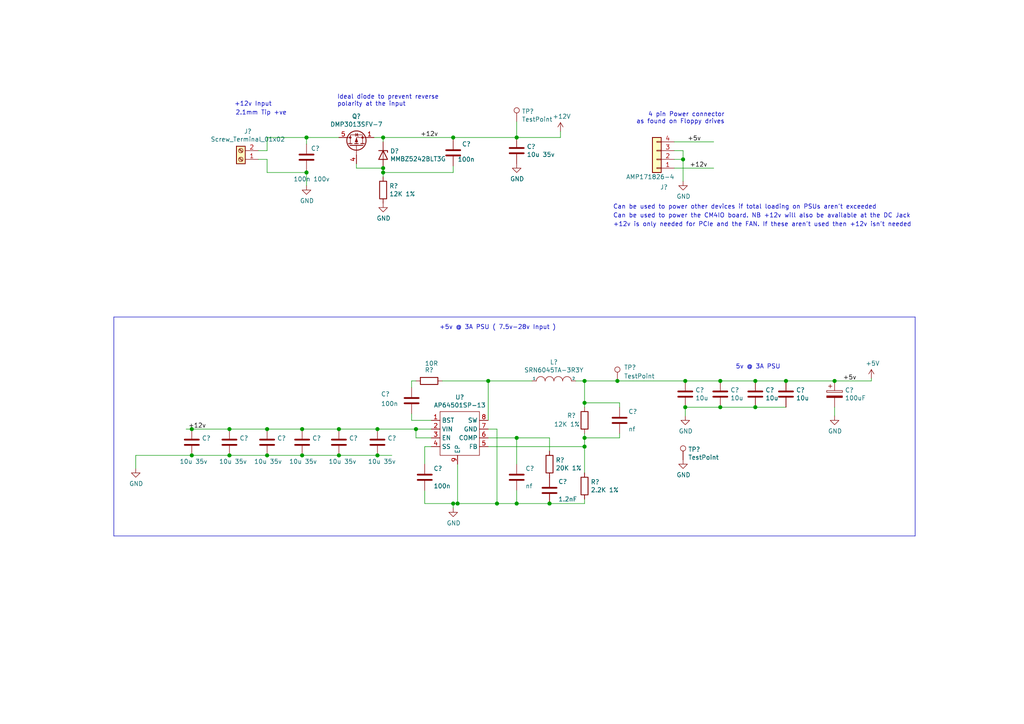
<source format=kicad_sch>
(kicad_sch (version 20201015) (generator eeschema)
  (paper "A4")
  (lib_symbols
    (symbol "CM4IO:AP64351"
      (property "Reference" "U" (at 0 8.89 0))
      (property "Value" "AP64351" (at 1.27 6.35 0))
      (symbol "AP64351_0_1"
        (rectangle (start -5.08 5.08) (end 6.35 -7.62))
      )
      (symbol "AP64351_1_1"
        (pin passive line (at -7.62 2.54 0) (length 2.54) (name "BST") (number "1"))
        (pin power_in line (at -7.62 0 0) (length 2.54) (name "VIN") (number "2"))
        (pin input line (at -7.62 -2.54 0) (length 2.54) (name "EN") (number "3"))
        (pin input line (at -7.62 -5.08 0) (length 2.54) (name "SS") (number "4"))
        (pin input line (at 8.89 -5.08 180) (length 2.54) (name "FB") (number "5"))
        (pin input line (at 8.89 -2.54 180) (length 2.54) (name "COMP") (number "6"))
        (pin power_in line (at 8.89 0 180) (length 2.54) (name "GND") (number "7"))
        (pin output line (at 8.89 2.54 180) (length 2.54) (name "SW") (number "8"))
        (pin passive line (at 0 -10.16 90) (length 2.54) (name "EP") (number "9"))
      )
    )
    (symbol "Connector:Screw_Terminal_01x02" (pin_names (offset 1.016) hide)
      (property "Reference" "J" (at 0 2.54 0))
      (property "Value" "Screw_Terminal_01x02" (at 0 -5.08 0))
      (symbol "Screw_Terminal_01x02_1_1"
        (circle (center 0 -2.54) (radius 0.635) (stroke (width 0.1524)))
        (circle (center 0 0) (radius 0.635) (stroke (width 0.1524)))
        (rectangle (start -1.27 1.27) (end 1.27 -3.81) (stroke (width 0.254)) (fill (type background)))
        (polyline (pts (xy -0.5334 -2.2098) (xy 0.3302 -3.048)) (stroke (width 0.1524)))
        (polyline (pts (xy -0.5334 0.3302) (xy 0.3302 -0.508)) (stroke (width 0.1524)))
        (polyline (pts (xy -0.3556 -2.032) (xy 0.508 -2.8702)) (stroke (width 0.1524)))
        (polyline (pts (xy -0.3556 0.508) (xy 0.508 -0.3302)) (stroke (width 0.1524)))
        (pin passive line (at -5.08 0 0) (length 3.81) (name "Pin_1") (number "1"))
        (pin passive line (at -5.08 -2.54 0) (length 3.81) (name "Pin_2") (number "2"))
      )
    )
    (symbol "Connector:TestPoint" (pin_numbers hide) (pin_names (offset 0.762) hide)
      (property "Reference" "TP" (at 0 6.858 0))
      (property "Value" "TestPoint" (at 0 5.08 0))
      (symbol "TestPoint_0_1"
        (circle (center 0 3.302) (radius 0.762))
      )
      (symbol "TestPoint_1_1"
        (pin passive line (at 0 0 90) (length 2.54) (name "1") (number "1"))
      )
    )
    (symbol "Connector_Generic:Conn_01x04" (pin_names hide)
      (property "Reference" "J" (at 0 5.08 0))
      (property "Value" "Conn_01x04" (at 0 -7.62 0))
      (symbol "Conn_01x04_1_1"
        (rectangle (start -1.27 -4.953) (end 0 -5.207))
        (rectangle (start -1.27 -2.413) (end 0 -2.667))
        (rectangle (start -1.27 2.667) (end 0 2.413))
        (rectangle (start -1.27 3.81) (end 1.27 -6.35) (stroke (width 0.254)) (fill (type background)))
        (rectangle (start -1.27 0.127) (end 0 -0.127))
        (pin passive line (at -5.08 2.54 0) (length 3.81) (name "Pin_1") (number "1"))
        (pin passive line (at -5.08 0 0) (length 3.81) (name "Pin_2") (number "2"))
        (pin passive line (at -5.08 -2.54 0) (length 3.81) (name "Pin_3") (number "3"))
        (pin passive line (at -5.08 -5.08 0) (length 3.81) (name "Pin_4") (number "4"))
      )
    )
    (symbol "Device:C" (pin_numbers hide) (pin_names (offset 0.254))
      (property "Reference" "C" (at 0.635 2.54 0))
      (property "Value" "C" (at 0.635 -2.54 0))
      (symbol "C_0_1"
        (polyline (pts (xy -2.032 -0.762) (xy 2.032 -0.762)) (stroke (width 0.508)))
        (polyline (pts (xy -2.032 0.762) (xy 2.032 0.762)) (stroke (width 0.508)))
      )
      (symbol "C_1_1"
        (pin passive line (at 0 3.81 270) (length 2.794) (name "~") (number "1"))
        (pin passive line (at 0 -3.81 90) (length 2.794) (name "~") (number "2"))
      )
    )
    (symbol "Device:CP" (pin_numbers hide) (pin_names (offset 0.254))
      (property "Reference" "C" (at 0.635 2.54 0))
      (property "Value" "CP" (at 0.635 -2.54 0))
      (symbol "CP_0_1"
        (rectangle (start -2.286 0.508) (end 2.286 1.016))
        (rectangle (start 2.286 -0.508) (end -2.286 -1.016) (fill (type outline)))
        (polyline (pts (xy -1.778 2.286) (xy -0.762 2.286)))
        (polyline (pts (xy -1.27 2.794) (xy -1.27 1.778)))
      )
      (symbol "CP_1_1"
        (pin passive line (at 0 3.81 270) (length 2.794) (name "~") (number "1"))
        (pin passive line (at 0 -3.81 90) (length 2.794) (name "~") (number "2"))
      )
    )
    (symbol "Device:R" (pin_numbers hide) (pin_names (offset 0))
      (property "Reference" "R" (at 2.032 0 90))
      (property "Value" "R" (at 0 0 90))
      (symbol "R_0_1"
        (rectangle (start -1.016 -2.54) (end 1.016 2.54) (stroke (width 0.254)))
      )
      (symbol "R_1_1"
        (pin passive line (at 0 3.81 270) (length 1.27) (name "~") (number "1"))
        (pin passive line (at 0 -3.81 90) (length 1.27) (name "~") (number "2"))
      )
    )
    (symbol "Diode:BZX84Cxx" (pin_numbers hide) (pin_names hide)
      (property "Reference" "D" (at 0 2.54 0))
      (property "Value" "BZX84Cxx" (at 0 -2.54 0))
      (symbol "BZX84Cxx_0_1"
        (polyline (pts (xy 1.27 0) (xy -1.27 0)))
        (polyline (pts (xy -1.27 -1.27) (xy -1.27 1.27) (xy -0.762 1.27)) (stroke (width 0.254)))
        (polyline (pts (xy 1.27 -1.27) (xy 1.27 1.27) (xy -1.27 0) (xy 1.27 -1.27)) (stroke (width 0.254)))
      )
      (symbol "BZX84Cxx_1_1"
        (pin passive line (at -3.81 0 0) (length 2.54) (name "K") (number "1"))
        (pin passive line (at 3.81 0 180) (length 2.54) (name "A") (number "2"))
      )
    )
    (symbol "Transistor_FET:DMP3013SFV" (pin_names hide)
      (property "Reference" "Q" (at 5.08 1.905 0))
      (property "Value" "DMP3013SFV" (at 5.08 0 0))
      (symbol "DMP3013SFV_0_1"
        (circle (center 1.651 0) (radius 2.794) (stroke (width 0.254)))
        (circle (center 2.54 -1.778) (radius 0.254) (fill (type outline)))
        (circle (center 2.54 1.778) (radius 0.254) (fill (type outline)))
        (polyline (pts (xy 0.254 0) (xy -2.54 0)))
        (polyline (pts (xy 0.254 1.905) (xy 0.254 -1.905)) (stroke (width 0.254)))
        (polyline (pts (xy 0.762 -1.27) (xy 0.762 -2.286)) (stroke (width 0.254)))
        (polyline (pts (xy 0.762 0.508) (xy 0.762 -0.508)) (stroke (width 0.254)))
        (polyline (pts (xy 0.762 2.286) (xy 0.762 1.27)) (stroke (width 0.254)))
        (polyline (pts (xy 2.54 2.54) (xy 2.54 1.778)))
        (polyline (pts (xy 2.54 -2.54) (xy 2.54 0) (xy 0.762 0)))
        (polyline (pts (xy 0.762 1.778) (xy 3.302 1.778) (xy 3.302 -1.778) (xy 0.762 -1.778)))
        (polyline (pts (xy 2.286 0) (xy 1.27 0.381) (xy 1.27 -0.381) (xy 2.286 0)) (fill (type outline)))
        (polyline (pts (xy 2.794 -0.508) (xy 2.921 -0.381) (xy 3.683 -0.381) (xy 3.81 -0.254)))
        (polyline (pts (xy 3.302 -0.381) (xy 2.921 0.254) (xy 3.683 0.254) (xy 3.302 -0.381)))
      )
      (symbol "DMP3013SFV_1_1"
        (pin passive line (at 2.54 -5.08 90) (length 2.54) (name "S") (number "1"))
        (pin passive line (at 2.54 -5.08 90) (length 2.54) hide (name "S") (number "2"))
        (pin passive line (at 2.54 -5.08 90) (length 2.54) hide (name "S") (number "3"))
        (pin passive line (at -5.08 0 0) (length 2.54) (name "G") (number "4"))
        (pin passive line (at 2.54 5.08 270) (length 2.54) (name "D") (number "5"))
      )
    )
    (symbol "power:+12V" (power) (pin_names (offset 0))
      (property "Value" "+12V" (at 0 3.556 0))
      (symbol "+12V_0_1"
        (polyline (pts (xy -0.762 1.27) (xy 0 2.54)))
        (polyline (pts (xy 0 0) (xy 0 2.54)))
        (polyline (pts (xy 0 2.54) (xy 0.762 1.27)))
      )
      (symbol "+12V_1_1"
        (pin power_in line (at 0 0 90) (length 0) hide (name "+12V") (number "1"))
      )
    )
    (symbol "power:+5V" (power) (pin_names (offset 0))
      (property "Value" "+5V" (at 0 3.556 0))
      (symbol "+5V_0_1"
        (polyline (pts (xy -0.762 1.27) (xy 0 2.54)))
        (polyline (pts (xy 0 0) (xy 0 2.54)))
        (polyline (pts (xy 0 2.54) (xy 0.762 1.27)))
      )
      (symbol "+5V_1_1"
        (pin power_in line (at 0 0 90) (length 0) hide (name "+5V") (number "1"))
      )
    )
    (symbol "power:GND" (power) (pin_names (offset 0))
      (property "Value" "GND" (at 0 -3.81 0))
      (symbol "GND_0_1"
        (polyline (pts (xy 0 0) (xy 0 -1.27) (xy 1.27 -1.27) (xy 0 -2.54) (xy -1.27 -1.27) (xy 0 -1.27)))
      )
      (symbol "GND_1_1"
        (pin power_in line (at 0 0 270) (length 0) hide (name "GND") (number "1"))
      )
    )
    (symbol "pspice:INDUCTOR" (pin_numbers hide) (pin_names (offset 0))
      (property "Reference" "L" (at 0 2.54 0))
      (property "Value" "INDUCTOR" (at 0 -1.27 0))
      (symbol "INDUCTOR_0_1"
        (arc (start -2.54 0) (end -5.08 0) (radius (at -3.81 0) (length 1.27) (angles 0.1 179.9)))
        (arc (start 0 0) (end -2.54 0) (radius (at -1.27 0) (length 1.27) (angles 0.1 179.9)))
        (arc (start 2.54 0) (end 0 0) (radius (at 1.27 0) (length 1.27) (angles 0.1 179.9)))
        (arc (start 5.08 0) (end 2.54 0) (radius (at 3.81 0) (length 1.27) (angles 0.1 179.9)))
      )
      (symbol "INDUCTOR_1_1"
        (pin input line (at -6.35 0 0) (length 1.27) (name "1") (number "1"))
        (pin input line (at 6.35 0 180) (length 1.27) (name "2") (number "2"))
      )
    )
  )
  (junction (at 55.626 124.46) (diameter 1.016))
  (junction (at 55.626 132.08) (diameter 1.016))
  (junction (at 66.548 124.46) (diameter 1.016))
  (junction (at 66.548 132.08) (diameter 1.016))
  (junction (at 77.47 124.46) (diameter 1.016))
  (junction (at 77.47 132.08) (diameter 1.016))
  (junction (at 87.63 124.46) (diameter 1.016))
  (junction (at 87.63 132.08) (diameter 1.016))
  (junction (at 88.9 39.878) (diameter 1.016))
  (junction (at 88.9 50.038) (diameter 1.016))
  (junction (at 98.298 124.46) (diameter 1.016))
  (junction (at 98.298 132.08) (diameter 1.016))
  (junction (at 109.474 124.46) (diameter 1.016))
  (junction (at 109.474 132.08) (diameter 1.016))
  (junction (at 111.125 39.878) (diameter 1.016))
  (junction (at 111.125 48.768) (diameter 1.016))
  (junction (at 111.125 50.038) (diameter 1.016))
  (junction (at 120.65 124.46) (diameter 1.016))
  (junction (at 131.445 39.878) (diameter 1.016))
  (junction (at 131.445 146.05) (diameter 1.016))
  (junction (at 132.715 146.05) (diameter 1.016))
  (junction (at 141.605 110.49) (diameter 1.016))
  (junction (at 144.145 146.05) (diameter 1.016))
  (junction (at 149.86 39.878) (diameter 1.016))
  (junction (at 149.86 127) (diameter 1.016))
  (junction (at 149.86 146.05) (diameter 1.016))
  (junction (at 159.385 146.05) (diameter 1.016))
  (junction (at 169.545 110.49) (diameter 1.016))
  (junction (at 169.545 116.84) (diameter 1.016))
  (junction (at 169.545 127) (diameter 1.016))
  (junction (at 169.545 129.54) (diameter 1.016))
  (junction (at 179.07 110.49) (diameter 1.016))
  (junction (at 198.12 46.228) (diameter 1.016))
  (junction (at 198.755 110.49) (diameter 1.016))
  (junction (at 198.755 118.11) (diameter 1.016))
  (junction (at 208.915 110.49) (diameter 1.016))
  (junction (at 208.915 118.11) (diameter 1.016))
  (junction (at 219.075 110.49) (diameter 1.016))
  (junction (at 219.075 118.11) (diameter 1.016))
  (junction (at 227.965 110.49) (diameter 1.016))
  (junction (at 242.062 110.49) (diameter 1.016))
  (wire (pts (xy 39.37 132.08) (xy 39.37 135.89)))
  (wire (pts (xy 39.37 132.08) (xy 55.626 132.08)))
  (wire (pts (xy 53.975 124.46) (xy 55.626 124.46)))
  (wire (pts (xy 55.626 124.46) (xy 66.548 124.46)))
  (wire (pts (xy 55.626 132.08) (xy 66.548 132.08)))
  (wire (pts (xy 66.548 124.46) (xy 77.47 124.46)))
  (wire (pts (xy 66.548 132.08) (xy 77.47 132.08)))
  (wire (pts (xy 74.93 43.688) (xy 77.47 43.688)))
  (wire (pts (xy 77.47 39.878) (xy 88.9 39.878)))
  (wire (pts (xy 77.47 43.688) (xy 77.47 39.878)))
  (wire (pts (xy 77.47 46.228) (xy 74.93 46.228)))
  (wire (pts (xy 77.47 50.038) (xy 77.47 46.228)))
  (wire (pts (xy 77.47 50.038) (xy 88.9 50.038)))
  (wire (pts (xy 77.47 124.46) (xy 87.63 124.46)))
  (wire (pts (xy 77.47 132.08) (xy 87.63 132.08)))
  (wire (pts (xy 87.63 124.46) (xy 98.298 124.46)))
  (wire (pts (xy 87.63 132.08) (xy 98.298 132.08)))
  (wire (pts (xy 88.9 39.878) (xy 88.9 41.783)))
  (wire (pts (xy 88.9 39.878) (xy 98.298 39.878)))
  (wire (pts (xy 88.9 49.403) (xy 88.9 50.038)))
  (wire (pts (xy 88.9 50.038) (xy 88.9 53.848)))
  (wire (pts (xy 98.298 124.46) (xy 109.474 124.46)))
  (wire (pts (xy 98.298 132.08) (xy 109.474 132.08)))
  (wire (pts (xy 103.378 47.498) (xy 103.378 48.768)))
  (wire (pts (xy 103.378 48.768) (xy 111.125 48.768)))
  (wire (pts (xy 108.458 39.878) (xy 111.125 39.878)))
  (wire (pts (xy 109.474 124.46) (xy 120.65 124.46)))
  (wire (pts (xy 109.474 132.08) (xy 113.665 132.08)))
  (wire (pts (xy 111.125 39.878) (xy 111.125 41.148)))
  (wire (pts (xy 111.125 39.878) (xy 131.445 39.878)))
  (wire (pts (xy 111.125 48.768) (xy 111.125 50.038)))
  (wire (pts (xy 111.125 50.038) (xy 111.125 51.308)))
  (wire (pts (xy 111.125 50.038) (xy 131.445 50.038)))
  (wire (pts (xy 119.38 110.49) (xy 120.65 110.49)))
  (wire (pts (xy 119.38 112.395) (xy 119.38 110.49)))
  (wire (pts (xy 119.38 120.015) (xy 119.38 121.92)))
  (wire (pts (xy 119.38 121.92) (xy 125.095 121.92)))
  (wire (pts (xy 120.65 124.46) (xy 120.65 127)))
  (wire (pts (xy 120.65 124.46) (xy 125.095 124.46)))
  (wire (pts (xy 120.65 127) (xy 125.095 127)))
  (wire (pts (xy 123.19 129.54) (xy 123.19 134.62)))
  (wire (pts (xy 123.19 142.24) (xy 123.19 146.05)))
  (wire (pts (xy 123.19 146.05) (xy 131.445 146.05)))
  (wire (pts (xy 125.095 129.54) (xy 123.19 129.54)))
  (wire (pts (xy 128.27 110.49) (xy 141.605 110.49)))
  (wire (pts (xy 131.445 39.878) (xy 131.445 40.513)))
  (wire (pts (xy 131.445 39.878) (xy 149.86 39.878)))
  (wire (pts (xy 131.445 50.038) (xy 131.445 48.133)))
  (wire (pts (xy 131.445 146.05) (xy 132.715 146.05)))
  (wire (pts (xy 131.445 147.32) (xy 131.445 146.05)))
  (wire (pts (xy 132.715 134.62) (xy 132.715 146.05)))
  (wire (pts (xy 132.715 146.05) (xy 144.145 146.05)))
  (wire (pts (xy 141.605 110.49) (xy 141.605 121.92)))
  (wire (pts (xy 141.605 110.49) (xy 154.305 110.49)))
  (wire (pts (xy 141.605 124.46) (xy 144.145 124.46)))
  (wire (pts (xy 141.605 127) (xy 149.86 127)))
  (wire (pts (xy 141.605 129.54) (xy 169.545 129.54)))
  (wire (pts (xy 144.145 124.46) (xy 144.145 146.05)))
  (wire (pts (xy 144.145 146.05) (xy 149.86 146.05)))
  (wire (pts (xy 149.86 35.306) (xy 149.86 39.878)))
  (wire (pts (xy 149.86 39.878) (xy 162.56 39.878)))
  (wire (pts (xy 149.86 127) (xy 149.86 134.62)))
  (wire (pts (xy 149.86 127) (xy 159.385 127)))
  (wire (pts (xy 149.86 142.24) (xy 149.86 146.05)))
  (wire (pts (xy 149.86 146.05) (xy 159.385 146.05)))
  (wire (pts (xy 159.385 130.81) (xy 159.385 127)))
  (wire (pts (xy 159.385 146.05) (xy 169.545 146.05)))
  (wire (pts (xy 162.56 38.1) (xy 162.56 39.878)))
  (wire (pts (xy 167.005 110.49) (xy 169.545 110.49)))
  (wire (pts (xy 169.545 110.49) (xy 169.545 116.84)))
  (wire (pts (xy 169.545 110.49) (xy 179.07 110.49)))
  (wire (pts (xy 169.545 116.84) (xy 169.545 118.11)))
  (wire (pts (xy 169.545 116.84) (xy 179.705 116.84)))
  (wire (pts (xy 169.545 125.73) (xy 169.545 127)))
  (wire (pts (xy 169.545 127) (xy 169.545 129.54)))
  (wire (pts (xy 169.545 127) (xy 179.705 127)))
  (wire (pts (xy 169.545 129.54) (xy 169.545 137.16)))
  (wire (pts (xy 169.545 146.05) (xy 169.545 144.78)))
  (wire (pts (xy 179.07 110.49) (xy 198.755 110.49)))
  (wire (pts (xy 179.705 116.84) (xy 179.705 118.11)))
  (wire (pts (xy 179.705 127) (xy 179.705 125.73)))
  (wire (pts (xy 195.58 41.148) (xy 207.01 41.148)))
  (wire (pts (xy 195.58 43.688) (xy 198.12 43.688)))
  (wire (pts (xy 195.58 46.228) (xy 198.12 46.228)))
  (wire (pts (xy 195.58 48.768) (xy 207.01 48.768)))
  (wire (pts (xy 198.12 43.688) (xy 198.12 46.228)))
  (wire (pts (xy 198.12 46.228) (xy 198.12 52.578)))
  (wire (pts (xy 198.755 110.49) (xy 208.915 110.49)))
  (wire (pts (xy 198.755 118.11) (xy 198.755 120.65)))
  (wire (pts (xy 208.915 110.49) (xy 219.075 110.49)))
  (wire (pts (xy 208.915 118.11) (xy 198.755 118.11)))
  (wire (pts (xy 219.075 110.49) (xy 227.965 110.49)))
  (wire (pts (xy 219.075 118.11) (xy 208.915 118.11)))
  (wire (pts (xy 227.965 110.49) (xy 242.062 110.49)))
  (wire (pts (xy 227.965 118.11) (xy 219.075 118.11)))
  (wire (pts (xy 242.062 110.49) (xy 252.73 110.49)))
  (wire (pts (xy 242.062 118.11) (xy 242.062 120.65)))
  (wire (pts (xy 252.73 110.49) (xy 252.73 109.728)))
  (polyline (pts (xy 33.02 91.948) (xy 33.02 155.448)) (stroke (width 0) (type solid)))
  (polyline (pts (xy 33.02 91.948) (xy 265.43 91.948)) (stroke (width 0) (type solid)))
  (polyline (pts (xy 265.43 91.948) (xy 265.43 155.448)) (stroke (width 0) (type solid)))
  (polyline (pts (xy 265.43 155.448) (xy 33.02 155.448)) (stroke (width 0) (type solid)))
  (text "+12v Input" (at 67.945 30.988 0) (effects (font (size 1.27 1.27)) (justify left bottom)))
  (text "2.1mm Tip +ve" (at 83.185 33.528 180) (effects (font (size 1.27 1.27)) (justify right bottom)))
  (text "Ideal diode to prevent reverse\npolarity at the input" (at 97.79 30.988 0) (effects (font (size 1.27 1.27)) (justify left bottom)))
  (text "+5v @ 3A PSU ( 7.5v-28v Input )" (at 161.29 95.758 180) (effects (font (size 1.27 1.27)) (justify right bottom)))
  (text "Can be used to power other devices if total loading on PSUs aren't exceeded" (at 177.8 60.833 0) (effects (font (size 1.27 1.27)) (justify left bottom)))
  (text "Can be used to power the CM4IO board. NB +12v will also be available at the DC Jack" (at 177.8 63.373 0) (effects (font (size 1.27 1.27)) (justify left bottom)))
  (text "+12v is only needed for PCIe and the FAN. If these aren't used then +12v isn't needed" (at 177.8 65.913 0) (effects (font (size 1.27 1.27)) (justify left bottom)))
  (text "4 pin Power connector\nas found on Floppy drives" (at 210.185 36.068 180) (effects (font (size 1.27 1.27)) (justify right bottom)))
  (text "5v @ 3A PSU\n" (at 213.36 107.188 0) (effects (font (size 1.27 1.27)) (justify left bottom)))
  (label "+12v" (at 54.61 124.46 0))
  (label "+12v" (at 121.92 39.878 0))
  (label "+5v" (at 199.39 41.148 0))
  (label "+12v" (at 200.025 48.768 0))
  (label "+5v" (at 244.475 110.49 0))
  (symbol (lib_id "Connector:TestPoint") (at 149.86 35.306 0) (unit 1)
    (property "Reference" "TP?" (at 151.3332 32.3088 0) (effects (justify left)))
    (property "Value" "TestPoint" (at 151.3332 34.6202 0) (effects (justify left)))
    (property "Footprint" "TestPoint:TestPoint_Pad_2.0x2.0mm" (effects hide))
    (property "Field4" "nf" (effects hide))
    (property "Field5" "nf" (effects hide))
    (property "Field6" "nf" (effects hide))
    (property "Field7" "nf" (effects hide))
  )
  (symbol (lib_id "Connector:TestPoint") (at 179.07 110.49 0) (unit 1)
    (property "Reference" "TP?" (at 180.975 106.553 0) (effects (justify left)))
    (property "Value" "TestPoint" (at 180.975 109.093 0) (effects (justify left)))
    (property "Footprint" "TestPoint:TestPoint_Pad_2.0x2.0mm" (effects hide))
    (property "Field4" "nf" (effects hide))
    (property "Field5" "nf" (effects hide))
    (property "Field6" "nf" (effects hide))
    (property "Field7" "nf" (effects hide))
  )
  (symbol (lib_id "Connector:TestPoint") (at 198.12 133.35 0) (unit 1)
    (property "Reference" "TP?" (at 199.5932 130.3528 0) (effects (justify left)))
    (property "Value" "TestPoint" (at 199.5932 132.6642 0) (effects (justify left)))
    (property "Footprint" "TestPoint:TestPoint_Pad_2.0x2.0mm" (effects hide))
    (property "Field4" "nf" (effects hide))
    (property "Field5" "nf" (effects hide))
    (property "Field6" "nf" (effects hide))
    (property "Field7" "nf" (effects hide))
  )
  (symbol (lib_id "power:+12V") (at 162.56 38.1 0) (unit 1)
    (property "Reference" "#PWR?" (effects hide))
    (property "Value" "+12V" (at 162.9283 33.7756 0))
  )
  (symbol (lib_id "power:+5V") (at 252.73 109.728 0) (unit 1)
    (property "Reference" "#PWR?" (effects hide))
    (property "Value" "+5V" (at 253.0983 105.4036 0))
  )
  (symbol (lib_id "power:GND") (at 39.37 135.89 0) (unit 1)
    (property "Reference" "#PWR?" (effects hide))
    (property "Value" "GND" (at 39.497 140.2842 0))
  )
  (symbol (lib_id "power:GND") (at 88.9 53.848 0) (unit 1)
    (property "Reference" "#PWR?" (effects hide))
    (property "Value" "GND" (at 89.027 58.2422 0))
  )
  (symbol (lib_id "power:GND") (at 111.125 58.928 0) (unit 1)
    (property "Reference" "#PWR?" (effects hide))
    (property "Value" "GND" (at 111.252 63.3222 0))
  )
  (symbol (lib_id "power:GND") (at 131.445 147.32 0) (unit 1)
    (property "Reference" "#PWR?" (effects hide))
    (property "Value" "GND" (at 131.572 151.7142 0))
  )
  (symbol (lib_id "power:GND") (at 149.86 47.498 0) (unit 1)
    (property "Reference" "#PWR?" (effects hide))
    (property "Value" "GND" (at 149.987 51.8922 0))
  )
  (symbol (lib_id "power:GND") (at 198.12 52.578 0) (unit 1)
    (property "Reference" "#PWR?" (effects hide))
    (property "Value" "GND" (at 198.247 56.9722 0))
  )
  (symbol (lib_id "power:GND") (at 198.12 133.35 0) (unit 1)
    (property "Reference" "#PWR?" (effects hide))
    (property "Value" "GND" (at 198.247 137.7442 0))
  )
  (symbol (lib_id "power:GND") (at 198.755 120.65 0) (unit 1)
    (property "Reference" "#PWR?" (effects hide))
    (property "Value" "GND" (at 198.882 125.0442 0))
  )
  (symbol (lib_id "power:GND") (at 242.062 120.65 0) (unit 1)
    (property "Reference" "#PWR?" (effects hide))
    (property "Value" "GND" (at 242.189 125.0442 0))
  )
  (symbol (lib_id "Device:R") (at 111.125 55.118 0) (unit 1)
    (property "Reference" "R?" (at 112.903 53.9496 0) (effects (justify left)))
    (property "Value" "12K 1%" (at 112.903 56.261 0) (effects (justify left)))
    (property "Footprint" "Resistor_SMD:R_0402_1005Metric" (effects hide))
    (property "Datasheet" "https://fscdn.rohm.com/en/products/databook/datasheet/passive/resistor/chip_resistor/mcr-e.pdf" (effects hide))
    (property "Field4" "Farnell" (effects hide))
    (property "Field5" "9239367" (effects hide))
    (property "Field7" "Rohm" (effects hide))
    (property "Field6" "MCR01MZPF1202" (effects hide))
    (property "Part Description" "Resistor 12K M1005 1% 63mW" (effects hide))
  )
  (symbol (lib_id "Device:R") (at 124.46 110.49 270) (unit 1)
    (property "Reference" "R?" (at 123.19 107.315 90) (effects (justify left)))
    (property "Value" "10R" (at 123.19 105.41 90) (effects (justify left)))
    (property "Footprint" "Resistor_SMD:R_0402_1005Metric" (effects hide))
    (property "Datasheet" "https://fscdn.rohm.com/en/products/databook/datasheet/passive/resistor/chip_resistor/mcr-e.pdf" (effects hide))
    (property "Field4" "Farnell" (effects hide))
    (property "Field5" "9238999" (effects hide))
    (property "Field7" "Yageo" (effects hide))
    (property "Field6" "RC0402FR-0710RL" (effects hide))
    (property "Field8" "URES00256" (effects hide))
    (property "Part Description" "Resistor 10R M1005 1% 63mW" (effects hide))
  )
  (symbol (lib_id "Device:R") (at 159.385 134.62 0) (unit 1)
    (property "Reference" "R?" (at 161.163 133.4516 0) (effects (justify left)))
    (property "Value" "20K 1%" (at 161.163 135.763 0) (effects (justify left)))
    (property "Footprint" "Resistor_SMD:R_0402_1005Metric" (effects hide))
    (property "Datasheet" "https://fscdn.rohm.com/en/products/databook/datasheet/passive/resistor/chip_resistor/mcr-e.pdf" (effects hide))
    (property "Field4" "Farnell" (effects hide))
    (property "Field5" "2331485" (effects hide))
    (property "Field7" "KOA EUROPE GMBH" (effects hide))
    (property "Field6" "RK73H1ETTP2002F" (effects hide))
    (property "Part Description" "Resistor 20K M1005 1% 63mW" (effects hide))
  )
  (symbol (lib_id "Device:R") (at 169.545 121.92 0) (unit 1)
    (property "Reference" "R?" (at 164.465 120.523 0) (effects (justify left)))
    (property "Value" "12K 1%" (at 160.655 123.063 0) (effects (justify left)))
    (property "Footprint" "Resistor_SMD:R_0402_1005Metric" (effects hide))
    (property "Datasheet" "https://fscdn.rohm.com/en/products/databook/datasheet/passive/resistor/chip_resistor/mcr-e.pdf" (effects hide))
    (property "Field4" "Farnell" (effects hide))
    (property "Field5" "9239367" (effects hide))
    (property "Field7" "Rohm" (effects hide))
    (property "Field6" "MCR01MZPF1202" (effects hide))
    (property "Part Description" "Resistor 12K M1005 1% 63mW" (effects hide))
  )
  (symbol (lib_id "Device:R") (at 169.545 140.97 0) (unit 1)
    (property "Reference" "R?" (at 171.323 139.8016 0) (effects (justify left)))
    (property "Value" "2.2K 1%" (at 171.323 142.113 0) (effects (justify left)))
    (property "Footprint" "Resistor_SMD:R_0402_1005Metric" (effects hide))
    (property "Datasheet" "https://fscdn.rohm.com/en/products/databook/datasheet/passive/resistor/chip_resistor/mcr-e.pdf" (effects hide))
    (property "Field4" "Farnell" (effects hide))
    (property "Field5" "9239278" (effects hide))
    (property "Field6" "RK73G1ETQTP2201D         " (effects hide))
    (property "Field7" "KOA EUROPE GMBH" (effects hide))
    (property "Part Description" "Resistor 2.2K M1005 1% 63mW" (effects hide))
    (property "Field8" "120889581" (effects hide))
  )
  (symbol (lib_id "pspice:INDUCTOR") (at 160.655 110.49 0) (unit 1)
    (property "Reference" "L?" (at 160.655 105.029 0))
    (property "Value" "SRN6045TA-3R3Y" (at 160.655 107.3404 0))
    (property "Footprint" "Inductor_SMD:L_Bourns_SRN6045TA" (effects hide))
    (property "Datasheet" "https://www.bourns.com/docs/Product-Datasheets/SRN6045TA.pdf" (effects hide))
    (property "Field4" "Farnell" (effects hide))
    (property "Field5" "2616889" (effects hide))
    (property "Field6" "SRN6045TA-3R3Y" (effects hide))
    (property "Field7" "Bourns" (effects hide))
  )
  (symbol (lib_id "Diode:BZX84Cxx") (at 111.125 44.958 270) (unit 1)
    (property "Reference" "D?" (at 113.157 43.815 90) (effects (justify left)))
    (property "Value" "MMBZ5242BLT3G" (at 113.157 46.101 90) (effects (justify left)))
    (property "Footprint" "Diode_SMD:D_SOT-23_ANK" (effects hide))
    (property "Datasheet" "https://diotec.com/tl_files/diotec/files/pdf/datasheets/bzx84c2v4.pdf" (effects hide))
    (property "Field4" "Digikey" (effects hide))
    (property "Field5" "	MMBZ5242BLT3GOSCT-ND" (effects hide))
    (property "Field6" "MMBZ5242BLT3G" (effects hide))
    (property "Field7" "Onsemi" (effects hide))
    (property "Part Description" "	Zener Diode 12V 225mW 5% Surface Mount SOT-23-3 (TO-236)" (effects hide))
  )
  (symbol (lib_id "Connector:Screw_Terminal_01x02") (at 69.85 46.228 180) (unit 1)
    (property "Reference" "J?" (at 71.882 38.1062 0))
    (property "Value" "Screw_Terminal_01x02" (at 71.882 40.4049 0))
  )
  (symbol (lib_id "Device:C") (at 55.626 128.27 0) (unit 1)
    (property "Reference" "C?" (at 58.547 127.1016 0) (effects (justify left)))
    (property "Value" "10u 35v" (at 52.07 133.858 0) (effects (justify left)))
    (property "Footprint" "Capacitor_SMD:C_0805_2012Metric" (effects hide))
    (property "Datasheet" "https://www.murata.com/en-global/products/productdetail.aspx?partno=GRM21BC8YA106ME11%23" (effects hide))
    (property "Field5" "490-10505-1-ND" (effects hide))
    (property "Field4" "Digikey" (effects hide))
    (property "Field6" "GRM21BC8YA106KE11L " (effects hide))
    (property "Field7" "Murata" (effects hide))
    (property "Part Description" "	10uF 10% or 20% 35V Ceramic Capacitor X6S 0805 (2012 Metric)" (effects hide))
  )
  (symbol (lib_id "Device:C") (at 66.548 128.27 0) (unit 1)
    (property "Reference" "C?" (at 69.469 127.1016 0) (effects (justify left)))
    (property "Value" "10u 35v" (at 63.5 133.858 0) (effects (justify left)))
    (property "Footprint" "Capacitor_SMD:C_0805_2012Metric" (effects hide))
    (property "Datasheet" "https://www.murata.com/en-global/products/productdetail.aspx?partno=GRM21BC8YA106ME11%23" (effects hide))
    (property "Field5" "490-10505-1-ND" (effects hide))
    (property "Field4" "Digikey" (effects hide))
    (property "Field6" "GRM21BC8YA106KE11L " (effects hide))
    (property "Field7" "Murata" (effects hide))
    (property "Part Description" "	10uF 10% or 20% 35V Ceramic Capacitor X6S 0805 (2012 Metric)" (effects hide))
  )
  (symbol (lib_id "Device:C") (at 77.47 128.27 0) (unit 1)
    (property "Reference" "C?" (at 80.391 127.1016 0) (effects (justify left)))
    (property "Value" "10u 35v" (at 73.66 133.858 0) (effects (justify left)))
    (property "Footprint" "Capacitor_SMD:C_0805_2012Metric" (effects hide))
    (property "Datasheet" "https://www.murata.com/en-global/products/productdetail.aspx?partno=GRM21BC8YA106ME11%23" (effects hide))
    (property "Field5" "490-10505-1-ND" (effects hide))
    (property "Field4" "Digikey" (effects hide))
    (property "Field6" "GRM21BC8YA106KE11L " (effects hide))
    (property "Field7" "Murata" (effects hide))
    (property "Part Description" "	10uF 10% or 20% 35V Ceramic Capacitor X6S 0805 (2012 Metric)" (effects hide))
  )
  (symbol (lib_id "Device:C") (at 87.63 128.27 0) (unit 1)
    (property "Reference" "C?" (at 90.551 127.1016 0) (effects (justify left)))
    (property "Value" "10u 35v" (at 83.82 133.858 0) (effects (justify left)))
    (property "Footprint" "Capacitor_SMD:C_0805_2012Metric" (effects hide))
    (property "Datasheet" "https://www.murata.com/en-global/products/productdetail.aspx?partno=GRM21BC8YA106ME11%23" (effects hide))
    (property "Field5" "490-10505-1-ND" (effects hide))
    (property "Field4" "Digikey" (effects hide))
    (property "Field6" "GRM21BC8YA106KE11L " (effects hide))
    (property "Field7" "Murata" (effects hide))
    (property "Part Description" "	10uF 10% or 20% 35V Ceramic Capacitor X6S 0805 (2012 Metric)" (effects hide))
  )
  (symbol (lib_id "Device:C") (at 88.9 45.593 0) (unit 1)
    (property "Reference" "C?" (at 90.17 43.053 0) (effects (justify left)))
    (property "Value" "100n 100v" (at 85.09 51.943 0) (effects (justify left)))
    (property "Footprint" "Capacitor_SMD:C_0402_1005Metric" (effects hide))
    (property "Datasheet" "https://psearch.en.murata.com/capacitor/product/GRM155R62A104KE14%23.pdf" (effects hide))
    (property "Field4" "Farnell" (effects hide))
    (property "Field5" "2611907" (effects hide))
    (property "Field6" "GRM155R62A104KE14D" (effects hide))
    (property "Field7" "Murata" (effects hide))
    (property "Part Description" "	0.1uF 10% 100V Ceramic Capacitor X5R 0402 (1005 Metric)" (effects hide))
  )
  (symbol (lib_id "Device:C") (at 98.298 128.27 0) (unit 1)
    (property "Reference" "C?" (at 101.219 127.1016 0) (effects (justify left)))
    (property "Value" "10u 35v" (at 95.25 133.858 0) (effects (justify left)))
    (property "Footprint" "Capacitor_SMD:C_0805_2012Metric" (effects hide))
    (property "Datasheet" "https://www.murata.com/en-global/products/productdetail.aspx?partno=GRM21BC8YA106ME11%23" (effects hide))
    (property "Field5" "490-10505-1-ND" (effects hide))
    (property "Field4" "Digikey" (effects hide))
    (property "Field6" "GRM21BC8YA106KE11L " (effects hide))
    (property "Field7" "Murata" (effects hide))
    (property "Part Description" "	10uF 10% or 20% 35V Ceramic Capacitor X6S 0805 (2012 Metric)" (effects hide))
  )
  (symbol (lib_id "Device:C") (at 109.474 128.27 0) (unit 1)
    (property "Reference" "C?" (at 112.395 127.1016 0) (effects (justify left)))
    (property "Value" "10u 35v" (at 106.68 133.858 0) (effects (justify left)))
    (property "Footprint" "Capacitor_SMD:C_0805_2012Metric" (effects hide))
    (property "Datasheet" "https://www.murata.com/en-global/products/productdetail.aspx?partno=GRM21BC8YA106ME11%23" (effects hide))
    (property "Field5" "490-10505-1-ND" (effects hide))
    (property "Field4" "Digikey" (effects hide))
    (property "Field6" "GRM21BC8YA106KE11L " (effects hide))
    (property "Field7" "Murata" (effects hide))
    (property "Part Description" "	10uF 10% or 20% 35V Ceramic Capacitor X6S 0805 (2012 Metric)" (effects hide))
  )
  (symbol (lib_id "Device:C") (at 119.38 116.205 0) (unit 1)
    (property "Reference" "C?" (at 110.49 114.3 0) (effects (justify left)))
    (property "Value" "100n" (at 110.49 117.094 0) (effects (justify left)))
    (property "Footprint" "Capacitor_SMD:C_0402_1005Metric" (effects hide))
    (property "Datasheet" "https://search.murata.co.jp/Ceramy/image/img/A01X/G101/ENG/GRM155R71C104KA88-01.pdf" (effects hide))
    (property "Field4" "Farnell" (effects hide))
    (property "Field5" "2611911" (effects hide))
    (property "Field6" "RM EMK105 B7104KV-F" (effects hide))
    (property "Field7" "TAIYO YUDEN EUROPE GMBH" (effects hide))
    (property "Part Description" "	0.1uF 10% 16V Ceramic Capacitor X7R 0402 (1005 Metric)" (effects hide))
    (property "Field8" "110091611" (effects hide))
  )
  (symbol (lib_id "Device:C") (at 123.19 138.43 0) (unit 1)
    (property "Reference" "C?" (at 125.73 135.89 0) (effects (justify left)))
    (property "Value" "100n" (at 125.73 140.97 0) (effects (justify left)))
    (property "Footprint" "Capacitor_SMD:C_0402_1005Metric" (effects hide))
    (property "Datasheet" "https://search.murata.co.jp/Ceramy/image/img/A01X/G101/ENG/GRM155R71C104KA88-01.pdf" (effects hide))
    (property "Field4" "Farnell" (effects hide))
    (property "Field5" "2611911" (effects hide))
    (property "Field6" "RM EMK105 B7104KV-F" (effects hide))
    (property "Field7" "TAIYO YUDEN EUROPE GMBH" (effects hide))
    (property "Part Description" "	0.1uF 10% 16V Ceramic Capacitor X7R 0402 (1005 Metric)" (effects hide))
    (property "Field8" "110091611" (effects hide))
  )
  (symbol (lib_id "Device:C") (at 131.445 44.323 0) (unit 1)
    (property "Reference" "C?" (at 133.985 41.783 0) (effects (justify left)))
    (property "Value" "100n" (at 132.715 46.228 0) (effects (justify left)))
    (property "Footprint" "Capacitor_SMD:C_0402_1005Metric" (effects hide))
    (property "Datasheet" "https://search.murata.co.jp/Ceramy/image/img/A01X/G101/ENG/GRM155R71C104KA88-01.pdf" (effects hide))
    (property "Field4" "Farnell" (effects hide))
    (property "Field5" "2611911" (effects hide))
    (property "Field6" "RM EMK105 B7104KV-F" (effects hide))
    (property "Field7" "TAIYO YUDEN EUROPE GMBH" (effects hide))
    (property "Part Description" "	0.1uF 10% 16V Ceramic Capacitor X7R 0402 (1005 Metric)" (effects hide))
    (property "Field8" "110091611" (effects hide))
  )
  (symbol (lib_id "Device:C") (at 149.86 43.688 0) (unit 1)
    (property "Reference" "C?" (at 152.781 42.5196 0) (effects (justify left)))
    (property "Value" "10u 35v" (at 152.781 44.831 0) (effects (justify left)))
    (property "Footprint" "Capacitor_SMD:C_0805_2012Metric" (effects hide))
    (property "Datasheet" "https://www.murata.com/en-global/products/productdetail.aspx?partno=GRM21BC8YA106ME11%23" (effects hide))
    (property "Field5" "490-10505-1-ND" (effects hide))
    (property "Field4" "Digikey" (effects hide))
    (property "Field6" "GRM21BC8YA106KE11L " (effects hide))
    (property "Field7" "Murata" (effects hide))
    (property "Part Description" "	10uF 10% or 20% 35V Ceramic Capacitor X6S 0805 (2012 Metric)" (effects hide))
  )
  (symbol (lib_id "Device:C") (at 149.86 138.43 0) (unit 1)
    (property "Reference" "C?" (at 152.4 135.89 0) (effects (justify left)))
    (property "Value" "nf" (at 152.4 140.97 0) (effects (justify left)))
    (property "Footprint" "Capacitor_SMD:C_0402_1005Metric" (effects hide))
  )
  (symbol (lib_id "Device:C") (at 159.385 142.24 0) (unit 1)
    (property "Reference" "C?" (at 161.925 139.7 0) (effects (justify left)))
    (property "Value" "1.2nF" (at 161.925 144.78 0) (effects (justify left)))
    (property "Footprint" "Capacitor_SMD:C_0402_1005Metric" (effects hide))
    (property "Datasheet" "http://www.farnell.com/datasheets/2734135.pdf?_ga=2.259347658.1738794919.1588350964-1787849031.1568210898&_gac=1.15394434.1588350964.EAIaIQobChMIgrHHs4yT6QIVxevtCh39TA_nEAAYASAAEgK8PfD_BwE" (effects hide))
    (property "Field4" "Digikey" (effects hide))
    (property "Field5" "490-16429-1-ND" (effects hide))
    (property "Field6" "GCM155R71H122KA37D" (effects hide))
    (property "Field7" "Murata" (effects hide))
    (property "Part Description" "1200pF 10% 10V Ceramic Capacitor X5R 0402 (1005 Metric)" (effects hide))
  )
  (symbol (lib_id "Device:C") (at 179.705 121.92 0) (unit 1)
    (property "Reference" "C?" (at 182.245 119.38 0) (effects (justify left)))
    (property "Value" "nf" (at 182.245 124.46 0) (effects (justify left)))
    (property "Footprint" "Capacitor_SMD:C_0402_1005Metric" (effects hide))
    (property "Datasheet" "http://www.farnell.com/datasheets/2048267.pdf?_ga=2.222777691.1738794919.1588350964-1787849031.1568210898&_gac=1.250356018.1588350964.EAIaIQobChMIgrHHs4yT6QIVxevtCh39TA_nEAAYASAAEgK8PfD_BwE" (effects hide))
    (property "Field4" "Farnell" (effects hide))
    (property "Field5" "2666374" (effects hide))
    (property "Field6" "GRM1555C1H221JA01D" (effects hide))
    (property "Field7" "Murata" (effects hide))
  )
  (symbol (lib_id "Device:C") (at 198.755 114.3 0) (unit 1)
    (property "Reference" "C?" (at 201.676 113.1316 0) (effects (justify left)))
    (property "Value" "10u" (at 201.676 115.443 0) (effects (justify left)))
    (property "Footprint" "Capacitor_SMD:C_0805_2012Metric" (effects hide))
    (property "Datasheet" "https://search.murata.co.jp/Ceramy/image/img/A01X/G101/ENG/GRM21BR71A106KA73-01.pdf" (effects hide))
    (property "Field5" "490-14381-1-ND" (effects hide))
    (property "Field4" "Digikey" (effects hide))
    (property "Field6" "GRM21BR71A106KA73L" (effects hide))
    (property "Field7" "Murata" (effects hide))
    (property "Part Description" "	10uF 10% 10V Ceramic Capacitor X7R 0805 (2012 Metric)" (effects hide))
    (property "Field8" "111893011" (effects hide))
  )
  (symbol (lib_id "Device:C") (at 208.915 114.3 0) (unit 1)
    (property "Reference" "C?" (at 211.836 113.1316 0) (effects (justify left)))
    (property "Value" "10u" (at 211.836 115.443 0) (effects (justify left)))
    (property "Footprint" "Capacitor_SMD:C_0805_2012Metric" (effects hide))
    (property "Datasheet" "https://search.murata.co.jp/Ceramy/image/img/A01X/G101/ENG/GRM21BR71A106KA73-01.pdf" (effects hide))
    (property "Field5" "490-14381-1-ND" (effects hide))
    (property "Field4" "Digikey" (effects hide))
    (property "Field6" "GRM21BR71A106KA73L" (effects hide))
    (property "Field7" "Murata" (effects hide))
    (property "Part Description" "	10uF 10% 10V Ceramic Capacitor X7R 0805 (2012 Metric)" (effects hide))
    (property "Field8" "111893011" (effects hide))
  )
  (symbol (lib_id "Device:C") (at 219.075 114.3 0) (unit 1)
    (property "Reference" "C?" (at 221.996 113.1316 0) (effects (justify left)))
    (property "Value" "10u" (at 221.996 115.443 0) (effects (justify left)))
    (property "Footprint" "Capacitor_SMD:C_0805_2012Metric" (effects hide))
    (property "Datasheet" "https://search.murata.co.jp/Ceramy/image/img/A01X/G101/ENG/GRM21BR71A106KA73-01.pdf" (effects hide))
    (property "Field5" "490-14381-1-ND" (effects hide))
    (property "Field4" "Digikey" (effects hide))
    (property "Field6" "GRM21BR71A106KA73L" (effects hide))
    (property "Field7" "Murata" (effects hide))
    (property "Part Description" "	10uF 10% 10V Ceramic Capacitor X7R 0805 (2012 Metric)" (effects hide))
    (property "Field8" "111893011" (effects hide))
  )
  (symbol (lib_id "Device:C") (at 227.965 114.3 0) (unit 1)
    (property "Reference" "C?" (at 230.886 113.1316 0) (effects (justify left)))
    (property "Value" "10u" (at 230.886 115.443 0) (effects (justify left)))
    (property "Footprint" "Capacitor_SMD:C_0805_2012Metric" (effects hide))
    (property "Datasheet" "https://search.murata.co.jp/Ceramy/image/img/A01X/G101/ENG/GRM21BR71A106KA73-01.pdf" (effects hide))
    (property "Field5" "490-14381-1-ND" (effects hide))
    (property "Field4" "Digikey" (effects hide))
    (property "Field6" "GRM21BR71A106KA73L" (effects hide))
    (property "Field7" "Murata" (effects hide))
    (property "Part Description" "	10uF 10% 10V Ceramic Capacitor X7R 0805 (2012 Metric)" (effects hide))
    (property "Field8" "111893011" (effects hide))
  )
  (symbol (lib_id "Device:CP") (at 242.062 114.3 0) (unit 1)
    (property "Reference" "C?" (at 245.0592 113.157 0) (effects (justify left)))
    (property "Value" "100uF" (at 245.0592 115.443 0) (effects (justify left)))
    (property "Footprint" "Capacitor_Tantalum_SMD:CP_EIA-7343-31_Kemet-D" (effects hide))
    (property "Field4" "Mouser" (effects hide))
    (property "Field5" "667-EEF-CX0J101R" (effects hide))
    (property "Part Description" "Capacitor, SP-Cap, 100u, 6.3V, 15mR ESR" (effects hide))
  )
  (symbol (lib_id "Connector_Generic:Conn_01x04") (at 190.5 46.228 180) (unit 1)
    (property "Reference" "J?" (at 192.5828 54.2798 0))
    (property "Value" "AMP171826-4" (at 188.595 51.308 0))
    (property "Footprint" "171826-4:TE_171826-4" (effects hide))
    (property "Datasheet" "https://www.te.com/usa-en/product-171826-4.html" (effects hide))
    (property "Field4" "Farnell" (effects hide))
    (property "Field5" "	1056115" (effects hide))
    (property "Field6" "AMP171826-4" (effects hide))
    (property "Field7" "AMP-TE" (effects hide))
    (property "Part Description" "Wire-To-Board Connector, Right Angle, 2.54 mm, 4 Contacts, Header, AMP EI Series, Through Hole" (effects hide))
  )
  (symbol (lib_id "Transistor_FET:DMP3013SFV") (at 103.378 42.418 90) (unit 1)
    (property "Reference" "Q?" (at 103.378 33.7566 90))
    (property "Value" "DMP3013SFV-7" (at 103.378 36.068 90))
    (property "Footprint" "Package_SON:Diodes_PowerDI3333-8" (effects hide))
    (property "Datasheet" "https://www.diodes.com/assets/Datasheets/DMP3013SFV.pdf" (effects hide))
    (property "Field4" "Farnell" (effects hide))
    (property "Field5" "3405192" (effects hide))
    (property "Field6" "DMP3013SFV-7" (effects hide))
    (property "Field7" "Diodes" (effects hide))
    (property "Part Description" "DMP3013SFV-7 -  Power MOSFET, P Channel, 30 V, 12 A, 0.008 ohm, PowerDI3333, Surface Mount" (effects hide))
  )
  (symbol (lib_id "CM4IO:AP64351") (at 132.715 124.46 0) (unit 1)
    (property "Reference" "U?" (at 133.35 115.2144 0))
    (property "Value" "AP64501SP-13" (at 133.35 117.5258 0))
    (property "Footprint" "Package_SO:SOIC-8-1EP_3.9x4.9mm_P1.27mm_EP2.95x4.9mm_Mask2.71x3.4mm_ThermalVias" (effects hide))
    (property "Datasheet" "https://www.diodes.com/assets/Datasheets/AP64501.pdf" (effects hide))
    (property "Field4" "Digikey" (effects hide))
    (property "Field5" "31-AP64501SP-13CT-ND" (effects hide))
    (property "Field6" "AP64501SP-13" (effects hide))
    (property "Field7" "Diodes" (effects hide))
    (property "Part Description" "Buck Switching Regulator IC Positive Adjustable 0.8V 1 Output 5A 8-SOIC (0.154\", 3.90mm Width) Exposed Pad" (effects hide))
  )
)
</source>
